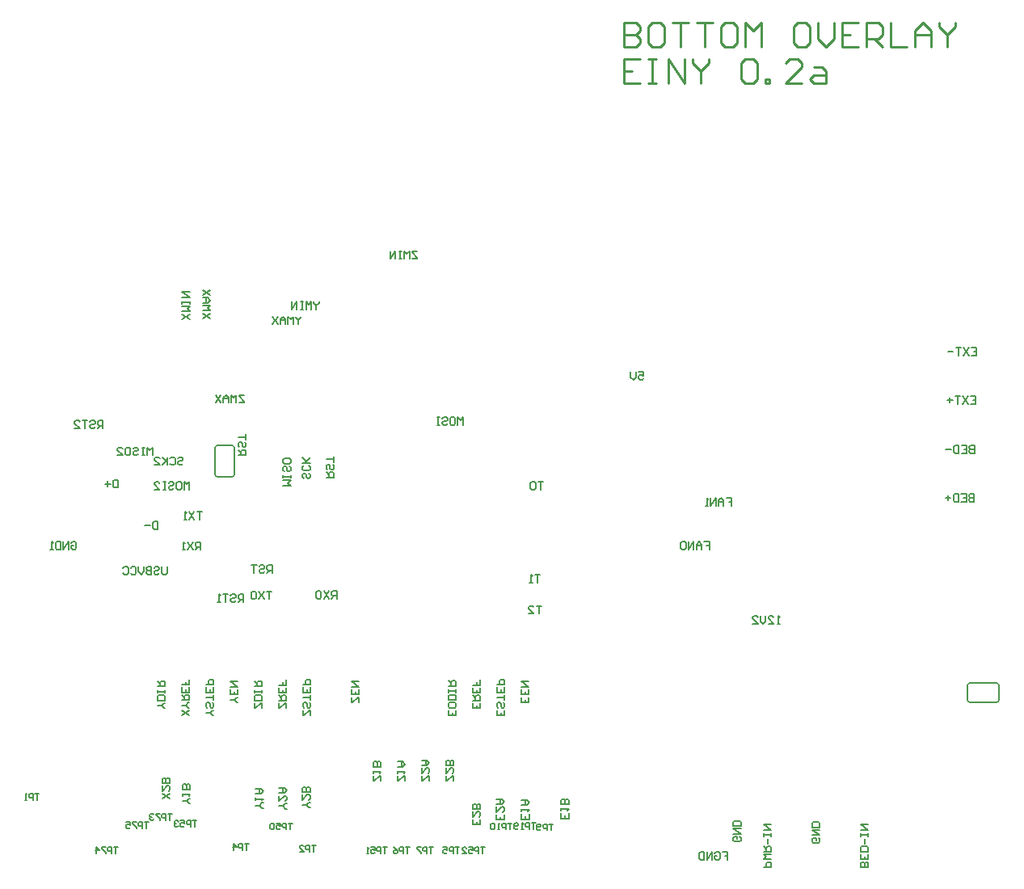
<source format=gbo>
G04 Layer_Color=32896*
%FSLAX25Y25*%
%MOIN*%
G70*
G01*
G75*
%ADD60C,0.01000*%
%ADD120C,0.00600*%
%ADD124C,0.00500*%
G54D60*
X252500Y367497D02*
Y357500D01*
X257498D01*
X259165Y359166D01*
Y360832D01*
X257498Y362498D01*
X252500D01*
X257498D01*
X259165Y364164D01*
Y365831D01*
X257498Y367497D01*
X252500D01*
X267495D02*
X264163D01*
X262497Y365831D01*
Y359166D01*
X264163Y357500D01*
X267495D01*
X269161Y359166D01*
Y365831D01*
X267495Y367497D01*
X272494D02*
X279158D01*
X275826D01*
Y357500D01*
X282490Y367497D02*
X289155D01*
X285823D01*
Y357500D01*
X297485Y367497D02*
X294153D01*
X292487Y365831D01*
Y359166D01*
X294153Y357500D01*
X297485D01*
X299152Y359166D01*
Y365831D01*
X297485Y367497D01*
X302484Y357500D02*
Y367497D01*
X305816Y364164D01*
X309148Y367497D01*
Y357500D01*
X327476Y367497D02*
X324144D01*
X322477Y365831D01*
Y359166D01*
X324144Y357500D01*
X327476D01*
X329142Y359166D01*
Y365831D01*
X327476Y367497D01*
X332474D02*
Y360832D01*
X335806Y357500D01*
X339139Y360832D01*
Y367497D01*
X349135D02*
X342471D01*
Y357500D01*
X349135D01*
X342471Y362498D02*
X345803D01*
X352468Y357500D02*
Y367497D01*
X357466D01*
X359132Y365831D01*
Y362498D01*
X357466Y360832D01*
X352468D01*
X355800D02*
X359132Y357500D01*
X362464Y367497D02*
Y357500D01*
X369129D01*
X372461D02*
Y364164D01*
X375794Y367497D01*
X379126Y364164D01*
Y357500D01*
Y362498D01*
X372461D01*
X382458Y367497D02*
Y365831D01*
X385790Y362498D01*
X389123Y365831D01*
Y367497D01*
X385790Y362498D02*
Y357500D01*
X259165Y352497D02*
X252500D01*
Y342500D01*
X259165D01*
X252500Y347498D02*
X255832D01*
X262497Y352497D02*
X265829D01*
X264163D01*
Y342500D01*
X262497D01*
X265829D01*
X270827D02*
Y352497D01*
X277492Y342500D01*
Y352497D01*
X280824D02*
Y350831D01*
X284156Y347498D01*
X287489Y350831D01*
Y352497D01*
X284156Y347498D02*
Y342500D01*
X300818Y350831D02*
X302484Y352497D01*
X305816D01*
X307482Y350831D01*
Y344166D01*
X305816Y342500D01*
X302484D01*
X300818Y344166D01*
Y350831D01*
X310814Y342500D02*
Y344166D01*
X312481D01*
Y342500D01*
X310814D01*
X325810D02*
X319145D01*
X325810Y349165D01*
Y350831D01*
X324144Y352497D01*
X320811D01*
X319145Y350831D01*
X330808Y349165D02*
X334140D01*
X335806Y347498D01*
Y342500D01*
X330808D01*
X329142Y344166D01*
X330808Y345832D01*
X335806D01*
G54D120*
X395200Y95000D02*
X394493Y94707D01*
X394200Y94000D01*
X407200D02*
X406907Y94707D01*
X406200Y95000D01*
Y87000D02*
X406907Y87293D01*
X407200Y88000D01*
X394200D02*
X394493Y87293D01*
X395200Y87000D01*
X83919Y181041D02*
X84212Y180334D01*
X84919Y180041D01*
Y193041D02*
X84212Y192748D01*
X83919Y192041D01*
X91919D02*
X91626Y192748D01*
X90919Y193041D01*
Y180041D02*
X91626Y180334D01*
X91919Y181041D01*
X395200Y87000D02*
X406200D01*
X394200Y88000D02*
Y94000D01*
X407200Y88000D02*
Y94000D01*
X395200Y95000D02*
X406200D01*
X91919Y181041D02*
Y192041D01*
X84919Y180041D02*
X90919D01*
X84919Y193041D02*
X90919D01*
X83919Y181041D02*
Y192041D01*
X63299Y84600D02*
X62766D01*
X61699Y85666D01*
X62766Y86733D01*
X63299D01*
X61699Y85666D02*
X60100D01*
X63299Y87799D02*
X60100D01*
Y89398D01*
X60633Y89932D01*
X62766D01*
X63299Y89398D01*
Y87799D01*
Y90998D02*
Y92064D01*
Y91531D01*
X60100D01*
Y90998D01*
Y92064D01*
Y93664D02*
X63299D01*
Y95263D01*
X62766Y95796D01*
X61699D01*
X61166Y95263D01*
Y93664D01*
Y94730D02*
X60100Y95796D01*
X73299Y81600D02*
X70100Y83733D01*
X73299D02*
X70100Y81600D01*
X73299Y84799D02*
X72766D01*
X71700Y85865D01*
X72766Y86932D01*
X73299D01*
X71700Y85865D02*
X70100D01*
Y87998D02*
X73299D01*
Y89597D01*
X72766Y90131D01*
X71700D01*
X71166Y89597D01*
Y87998D01*
Y89064D02*
X70100Y90131D01*
X73299Y93330D02*
Y91197D01*
X70100D01*
Y93330D01*
X71700Y91197D02*
Y92263D01*
X73299Y96529D02*
Y94396D01*
X71700D01*
Y95462D01*
Y94396D01*
X70100D01*
X83299Y81600D02*
X82766D01*
X81700Y82666D01*
X82766Y83733D01*
X83299D01*
X81700Y82666D02*
X80100D01*
X82766Y86932D02*
X83299Y86399D01*
Y85332D01*
X82766Y84799D01*
X82233D01*
X81700Y85332D01*
Y86399D01*
X81166Y86932D01*
X80633D01*
X80100Y86399D01*
Y85332D01*
X80633Y84799D01*
X83299Y87998D02*
Y90131D01*
Y89064D01*
X80100D01*
X83299Y93330D02*
Y91197D01*
X80100D01*
Y93330D01*
X81700Y91197D02*
Y92263D01*
X80100Y94396D02*
X83299D01*
Y95995D01*
X82766Y96529D01*
X81700D01*
X81166Y95995D01*
Y94396D01*
X93299Y87100D02*
X92766D01*
X91699Y88166D01*
X92766Y89233D01*
X93299D01*
X91699Y88166D02*
X90100D01*
X93299Y92432D02*
Y90299D01*
X90100D01*
Y92432D01*
X91699Y90299D02*
Y91365D01*
X90100Y93498D02*
X93299D01*
X90100Y95631D01*
X93299D01*
X103299Y84600D02*
Y86733D01*
X102766D01*
X100633Y84600D01*
X100100D01*
Y86733D01*
X103299Y87799D02*
X100100D01*
Y89398D01*
X100633Y89932D01*
X102766D01*
X103299Y89398D01*
Y87799D01*
Y90998D02*
Y92064D01*
Y91531D01*
X100100D01*
Y90998D01*
Y92064D01*
Y93664D02*
X103299D01*
Y95263D01*
X102766Y95796D01*
X101699D01*
X101166Y95263D01*
Y93664D01*
Y94730D02*
X100100Y95796D01*
X113299Y84600D02*
Y86733D01*
X112766D01*
X110633Y84600D01*
X110100D01*
Y86733D01*
Y87799D02*
X113299D01*
Y89398D01*
X112766Y89932D01*
X111699D01*
X111166Y89398D01*
Y87799D01*
Y88865D02*
X110100Y89932D01*
X113299Y93131D02*
Y90998D01*
X110100D01*
Y93131D01*
X111699Y90998D02*
Y92064D01*
X113299Y96329D02*
Y94197D01*
X111699D01*
Y95263D01*
Y94197D01*
X110100D01*
X123299Y81600D02*
Y83733D01*
X122766D01*
X120633Y81600D01*
X120100D01*
Y83733D01*
X122766Y86932D02*
X123299Y86399D01*
Y85332D01*
X122766Y84799D01*
X122233D01*
X121700Y85332D01*
Y86399D01*
X121166Y86932D01*
X120633D01*
X120100Y86399D01*
Y85332D01*
X120633Y84799D01*
X123299Y87998D02*
Y90131D01*
Y89064D01*
X120100D01*
X123299Y93330D02*
Y91197D01*
X120100D01*
Y93330D01*
X121700Y91197D02*
Y92263D01*
X120100Y94396D02*
X123299D01*
Y95995D01*
X122766Y96529D01*
X121700D01*
X121166Y95995D01*
Y94396D01*
X143299Y87100D02*
Y89233D01*
X142766D01*
X140633Y87100D01*
X140100D01*
Y89233D01*
X143299Y92432D02*
Y90299D01*
X140100D01*
Y92432D01*
X141700Y90299D02*
Y91365D01*
X140100Y93498D02*
X143299D01*
X140100Y95631D01*
X143299D01*
X183299Y83733D02*
Y81600D01*
X180100D01*
Y83733D01*
X181700Y81600D02*
Y82666D01*
X182766Y84799D02*
X183299Y85332D01*
Y86399D01*
X182766Y86932D01*
X180633D01*
X180100Y86399D01*
Y85332D01*
X180633Y84799D01*
X182766D01*
X183299Y87998D02*
X180100D01*
Y89597D01*
X180633Y90131D01*
X182766D01*
X183299Y89597D01*
Y87998D01*
Y91197D02*
Y92263D01*
Y91730D01*
X180100D01*
Y91197D01*
Y92263D01*
Y93863D02*
X183299D01*
Y95462D01*
X182766Y95995D01*
X181700D01*
X181166Y95462D01*
Y93863D01*
Y94929D02*
X180100Y95995D01*
X193299Y86733D02*
Y84600D01*
X190100D01*
Y86733D01*
X191700Y84600D02*
Y85666D01*
X190100Y87799D02*
X193299D01*
Y89398D01*
X192766Y89932D01*
X191700D01*
X191166Y89398D01*
Y87799D01*
Y88865D02*
X190100Y89932D01*
X193299Y93131D02*
Y90998D01*
X190100D01*
Y93131D01*
X191700Y90998D02*
Y92064D01*
X193299Y96329D02*
Y94197D01*
X191700D01*
Y95263D01*
Y94197D01*
X190100D01*
X203299Y83733D02*
Y81600D01*
X200100D01*
Y83733D01*
X201699Y81600D02*
Y82666D01*
X202766Y86932D02*
X203299Y86399D01*
Y85332D01*
X202766Y84799D01*
X202233D01*
X201699Y85332D01*
Y86399D01*
X201166Y86932D01*
X200633D01*
X200100Y86399D01*
Y85332D01*
X200633Y84799D01*
X203299Y87998D02*
Y90131D01*
Y89064D01*
X200100D01*
X203299Y93330D02*
Y91197D01*
X200100D01*
Y93330D01*
X201699Y91197D02*
Y92263D01*
X200100Y94396D02*
X203299D01*
Y95995D01*
X202766Y96529D01*
X201699D01*
X201166Y95995D01*
Y94396D01*
X213299Y89233D02*
Y87100D01*
X210100D01*
Y89233D01*
X211700Y87100D02*
Y88166D01*
X213299Y92432D02*
Y90299D01*
X210100D01*
Y92432D01*
X211700Y90299D02*
Y91365D01*
X210100Y93498D02*
X213299D01*
X210100Y95631D01*
X213299D01*
X65199Y47300D02*
X62000Y49433D01*
X65199D02*
X62000Y47300D01*
Y52632D02*
Y50499D01*
X64133Y52632D01*
X64666D01*
X65199Y52099D01*
Y51032D01*
X64666Y50499D01*
X65199Y53698D02*
X62000D01*
Y55297D01*
X62533Y55831D01*
X63066D01*
X63599Y55297D01*
Y53698D01*
Y55297D01*
X64133Y55831D01*
X64666D01*
X65199Y55297D01*
Y53698D01*
X73599Y45300D02*
X73066D01*
X72000Y46366D01*
X73066Y47433D01*
X73599D01*
X72000Y46366D02*
X70400D01*
Y48499D02*
Y49565D01*
Y49032D01*
X73599D01*
X73066Y48499D01*
X73599Y51165D02*
X70400D01*
Y52764D01*
X70933Y53297D01*
X71466D01*
X72000Y52764D01*
Y51165D01*
Y52764D01*
X72533Y53297D01*
X73066D01*
X73599Y52764D01*
Y51165D01*
X103799Y43500D02*
X103266D01*
X102199Y44566D01*
X103266Y45633D01*
X103799D01*
X102199Y44566D02*
X100600D01*
Y46699D02*
Y47765D01*
Y47232D01*
X103799D01*
X103266Y46699D01*
X100600Y49365D02*
X102733D01*
X103799Y50431D01*
X102733Y51497D01*
X100600D01*
X102199D01*
Y49365D01*
X113399Y43200D02*
X112866D01*
X111800Y44266D01*
X112866Y45333D01*
X113399D01*
X111800Y44266D02*
X110200D01*
Y48532D02*
Y46399D01*
X112333Y48532D01*
X112866D01*
X113399Y47998D01*
Y46932D01*
X112866Y46399D01*
X110200Y49598D02*
X112333D01*
X113399Y50664D01*
X112333Y51731D01*
X110200D01*
X111800D01*
Y49598D01*
X122999Y43600D02*
X122466D01*
X121399Y44666D01*
X122466Y45733D01*
X122999D01*
X121399Y44666D02*
X119800D01*
Y48932D02*
Y46799D01*
X121933Y48932D01*
X122466D01*
X122999Y48399D01*
Y47332D01*
X122466Y46799D01*
X122999Y49998D02*
X119800D01*
Y51597D01*
X120333Y52131D01*
X120866D01*
X121399Y51597D01*
Y49998D01*
Y51597D01*
X121933Y52131D01*
X122466D01*
X122999Y51597D01*
Y49998D01*
X152299Y54600D02*
Y56733D01*
X151766D01*
X149633Y54600D01*
X149100D01*
Y56733D01*
Y57799D02*
Y58865D01*
Y58332D01*
X152299D01*
X151766Y57799D01*
X152299Y60465D02*
X149100D01*
Y62064D01*
X149633Y62597D01*
X150166D01*
X150699Y62064D01*
Y60465D01*
Y62064D01*
X151233Y62597D01*
X151766D01*
X152299Y62064D01*
Y60465D01*
X162299Y54600D02*
Y56733D01*
X161766D01*
X159633Y54600D01*
X159100D01*
Y56733D01*
Y57799D02*
Y58865D01*
Y58332D01*
X162299D01*
X161766Y57799D01*
X159100Y60465D02*
X161233D01*
X162299Y61531D01*
X161233Y62597D01*
X159100D01*
X160699D01*
Y60465D01*
X172299Y54600D02*
Y56733D01*
X171766D01*
X169633Y54600D01*
X169100D01*
Y56733D01*
Y59932D02*
Y57799D01*
X171233Y59932D01*
X171766D01*
X172299Y59399D01*
Y58332D01*
X171766Y57799D01*
X169100Y60998D02*
X171233D01*
X172299Y62064D01*
X171233Y63131D01*
X169100D01*
X170700D01*
Y60998D01*
X182299Y54600D02*
Y56733D01*
X181766D01*
X179633Y54600D01*
X179100D01*
Y56733D01*
Y59932D02*
Y57799D01*
X181233Y59932D01*
X181766D01*
X182299Y59399D01*
Y58332D01*
X181766Y57799D01*
X182299Y60998D02*
X179100D01*
Y62597D01*
X179633Y63131D01*
X180166D01*
X180700Y62597D01*
Y60998D01*
Y62597D01*
X181233Y63131D01*
X181766D01*
X182299Y62597D01*
Y60998D01*
X193299Y38733D02*
Y36600D01*
X190100D01*
Y38733D01*
X191700Y36600D02*
Y37666D01*
X190100Y41932D02*
Y39799D01*
X192233Y41932D01*
X192766D01*
X193299Y41399D01*
Y40332D01*
X192766Y39799D01*
X193299Y42998D02*
X190100D01*
Y44597D01*
X190633Y45131D01*
X191166D01*
X191700Y44597D01*
Y42998D01*
Y44597D01*
X192233Y45131D01*
X192766D01*
X193299Y44597D01*
Y42998D01*
X203099Y40733D02*
Y38600D01*
X199900D01*
Y40733D01*
X201500Y38600D02*
Y39666D01*
X199900Y43932D02*
Y41799D01*
X202033Y43932D01*
X202566D01*
X203099Y43398D01*
Y42332D01*
X202566Y41799D01*
X199900Y44998D02*
X202033D01*
X203099Y46064D01*
X202033Y47131D01*
X199900D01*
X201500D01*
Y44998D01*
X213399Y41033D02*
Y38900D01*
X210200D01*
Y41033D01*
X211800Y38900D02*
Y39966D01*
X210200Y42099D02*
Y43165D01*
Y42632D01*
X213399D01*
X212866Y42099D01*
X210200Y44765D02*
X212333D01*
X213399Y45831D01*
X212333Y46897D01*
X210200D01*
X211800D01*
Y44765D01*
X229799Y41333D02*
Y39200D01*
X226600D01*
Y41333D01*
X228200Y39200D02*
Y40266D01*
X226600Y42399D02*
Y43465D01*
Y42932D01*
X229799D01*
X229266Y42399D01*
X229799Y45065D02*
X226600D01*
Y46664D01*
X227133Y47197D01*
X227666D01*
X228200Y46664D01*
Y45065D01*
Y46664D01*
X228733Y47197D01*
X229266D01*
X229799Y46664D01*
Y45065D01*
X293067Y25399D02*
X295200D01*
Y23799D01*
X294134D01*
X295200D01*
Y22200D01*
X289868Y24866D02*
X290402Y25399D01*
X291468D01*
X292001Y24866D01*
Y22733D01*
X291468Y22200D01*
X290402D01*
X289868Y22733D01*
Y23799D01*
X290935D01*
X288802Y22200D02*
Y25399D01*
X286669Y22200D01*
Y25399D01*
X285603D02*
Y22200D01*
X284004D01*
X283470Y22733D01*
Y24866D01*
X284004Y25399D01*
X285603D01*
X300266Y31733D02*
X300799Y31199D01*
Y30133D01*
X300266Y29600D01*
X298133D01*
X297600Y30133D01*
Y31199D01*
X298133Y31733D01*
X299200D01*
Y30666D01*
X297600Y32799D02*
X300799D01*
X297600Y34932D01*
X300799D01*
Y35998D02*
X297600D01*
Y37597D01*
X298133Y38131D01*
X300266D01*
X300799Y37597D01*
Y35998D01*
X310100Y19100D02*
X313299D01*
Y20699D01*
X312766Y21233D01*
X311700D01*
X311166Y20699D01*
Y19100D01*
X313299Y22299D02*
X310100D01*
X311166Y23365D01*
X310100Y24432D01*
X313299D01*
X310100Y25498D02*
X313299D01*
Y27097D01*
X312766Y27631D01*
X311700D01*
X311166Y27097D01*
Y25498D01*
Y26564D02*
X310100Y27631D01*
X311700Y28697D02*
Y30830D01*
X313299Y31896D02*
Y32962D01*
Y32429D01*
X310100D01*
Y31896D01*
Y32962D01*
Y34562D02*
X313299D01*
X310100Y36694D01*
X313299D01*
X332766Y31233D02*
X333299Y30700D01*
Y29633D01*
X332766Y29100D01*
X330633D01*
X330100Y29633D01*
Y30700D01*
X330633Y31233D01*
X331699D01*
Y30166D01*
X330100Y32299D02*
X333299D01*
X330100Y34432D01*
X333299D01*
Y35498D02*
X330100D01*
Y37097D01*
X330633Y37631D01*
X332766D01*
X333299Y37097D01*
Y35498D01*
X353299Y19100D02*
X350100D01*
Y20699D01*
X350633Y21233D01*
X351166D01*
X351699Y20699D01*
Y19100D01*
Y20699D01*
X352233Y21233D01*
X352766D01*
X353299Y20699D01*
Y19100D01*
Y24432D02*
Y22299D01*
X350100D01*
Y24432D01*
X351699Y22299D02*
Y23365D01*
X353299Y25498D02*
X350100D01*
Y27097D01*
X350633Y27631D01*
X352766D01*
X353299Y27097D01*
Y25498D01*
X351699Y28697D02*
Y30830D01*
X353299Y31896D02*
Y32962D01*
Y32429D01*
X350100D01*
Y31896D01*
Y32962D01*
Y34562D02*
X353299D01*
X350100Y36694D01*
X353299D01*
X316800Y119500D02*
X315734D01*
X316267D01*
Y122699D01*
X316800Y122166D01*
X312002Y119500D02*
X314134D01*
X312002Y121633D01*
Y122166D01*
X312535Y122699D01*
X313601D01*
X314134Y122166D01*
X310935Y122699D02*
Y120566D01*
X309869Y119500D01*
X308803Y120566D01*
Y122699D01*
X305604Y119500D02*
X307736D01*
X305604Y121633D01*
Y122166D01*
X306137Y122699D01*
X307203D01*
X307736Y122166D01*
X285567Y153299D02*
X287700D01*
Y151699D01*
X286634D01*
X287700D01*
Y150100D01*
X284501D02*
Y152233D01*
X283435Y153299D01*
X282368Y152233D01*
Y150100D01*
Y151699D01*
X284501D01*
X281302Y150100D02*
Y153299D01*
X279169Y150100D01*
Y153299D01*
X278103Y152766D02*
X277570Y153299D01*
X276504D01*
X275970Y152766D01*
Y150633D01*
X276504Y150100D01*
X277570D01*
X278103Y150633D01*
Y152766D01*
X294667Y171399D02*
X296800D01*
Y169799D01*
X295734D01*
X296800D01*
Y168200D01*
X293601D02*
Y170333D01*
X292535Y171399D01*
X291468Y170333D01*
Y168200D01*
Y169799D01*
X293601D01*
X290402Y168200D02*
Y171399D01*
X288269Y168200D01*
Y171399D01*
X287203Y168200D02*
X286137D01*
X286670D01*
Y171399D01*
X287203Y170866D01*
X219200Y178099D02*
X217067D01*
X218134D01*
Y174900D01*
X216001Y177566D02*
X215468Y178099D01*
X214402D01*
X213868Y177566D01*
Y175433D01*
X214402Y174900D01*
X215468D01*
X216001Y175433D01*
Y177566D01*
X217900Y139599D02*
X215767D01*
X216834D01*
Y136400D01*
X214701D02*
X213635D01*
X214168D01*
Y139599D01*
X214701Y139066D01*
X218500Y126899D02*
X216367D01*
X217434D01*
Y123700D01*
X213168D02*
X215301D01*
X213168Y125833D01*
Y126366D01*
X213702Y126899D01*
X214768D01*
X215301Y126366D01*
X134000Y129900D02*
Y133099D01*
X132401D01*
X131867Y132566D01*
Y131500D01*
X132401Y130966D01*
X134000D01*
X132934D02*
X131867Y129900D01*
X130801Y133099D02*
X128668Y129900D01*
Y133099D02*
X130801Y129900D01*
X127602Y132566D02*
X127069Y133099D01*
X126003D01*
X125469Y132566D01*
Y130433D01*
X126003Y129900D01*
X127069D01*
X127602Y130433D01*
Y132566D01*
X107200Y132899D02*
X105067D01*
X106134D01*
Y129700D01*
X104001Y132899D02*
X101868Y129700D01*
Y132899D02*
X104001Y129700D01*
X100802Y132366D02*
X100269Y132899D01*
X99203D01*
X98669Y132366D01*
Y130233D01*
X99203Y129700D01*
X100269D01*
X100802Y130233D01*
Y132366D01*
X107400Y140400D02*
Y143599D01*
X105800D01*
X105267Y143066D01*
Y141999D01*
X105800Y141466D01*
X107400D01*
X106334D02*
X105267Y140400D01*
X102068Y143066D02*
X102602Y143599D01*
X103668D01*
X104201Y143066D01*
Y142533D01*
X103668Y141999D01*
X102602D01*
X102068Y141466D01*
Y140933D01*
X102602Y140400D01*
X103668D01*
X104201Y140933D01*
X101002Y143599D02*
X98869D01*
X99936D01*
Y140400D01*
X95621Y128372D02*
Y131571D01*
X94021D01*
X93488Y131038D01*
Y129972D01*
X94021Y129439D01*
X95621D01*
X94555D02*
X93488Y128372D01*
X90289Y131038D02*
X90822Y131571D01*
X91889D01*
X92422Y131038D01*
Y130505D01*
X91889Y129972D01*
X90822D01*
X90289Y129439D01*
Y128905D01*
X90822Y128372D01*
X91889D01*
X92422Y128905D01*
X89223Y131571D02*
X87090D01*
X88156D01*
Y128372D01*
X86024D02*
X84958D01*
X85491D01*
Y131571D01*
X86024Y131038D01*
X77900Y150000D02*
Y153199D01*
X76301D01*
X75767Y152666D01*
Y151600D01*
X76301Y151066D01*
X77900D01*
X76834D02*
X75767Y150000D01*
X74701Y153199D02*
X72568Y150000D01*
Y153199D02*
X74701Y150000D01*
X71502D02*
X70436D01*
X70969D01*
Y153199D01*
X71502Y152666D01*
X78482Y165634D02*
X76350D01*
X77416D01*
Y162435D01*
X75283Y165634D02*
X73151Y162435D01*
Y165634D02*
X75283Y162435D01*
X72084D02*
X71018D01*
X71551D01*
Y165634D01*
X72084Y165101D01*
X73200Y174800D02*
Y177999D01*
X72134Y176933D01*
X71067Y177999D01*
Y174800D01*
X68401Y177999D02*
X69468D01*
X70001Y177466D01*
Y175333D01*
X69468Y174800D01*
X68401D01*
X67868Y175333D01*
Y177466D01*
X68401Y177999D01*
X64669Y177466D02*
X65203Y177999D01*
X66269D01*
X66802Y177466D01*
Y176933D01*
X66269Y176400D01*
X65203D01*
X64669Y175866D01*
Y175333D01*
X65203Y174800D01*
X66269D01*
X66802Y175333D01*
X63603Y177999D02*
X62537D01*
X63070D01*
Y174800D01*
X63603D01*
X62537D01*
X58805D02*
X60937D01*
X58805Y176933D01*
Y177466D01*
X59338Y177999D01*
X60404D01*
X60937Y177466D01*
X68467Y187666D02*
X69001Y188199D01*
X70067D01*
X70600Y187666D01*
Y187133D01*
X70067Y186600D01*
X69001D01*
X68467Y186066D01*
Y185533D01*
X69001Y185000D01*
X70067D01*
X70600Y185533D01*
X65268Y187666D02*
X65802Y188199D01*
X66868D01*
X67401Y187666D01*
Y185533D01*
X66868Y185000D01*
X65802D01*
X65268Y185533D01*
X64202Y188199D02*
Y185000D01*
Y186066D01*
X62069Y188199D01*
X63669Y186600D01*
X62069Y185000D01*
X58871D02*
X61003D01*
X58871Y187133D01*
Y187666D01*
X59404Y188199D01*
X60470D01*
X61003Y187666D01*
X58000Y189000D02*
Y192199D01*
X56934Y191133D01*
X55867Y192199D01*
Y189000D01*
X54801Y192199D02*
X53735D01*
X54268D01*
Y189000D01*
X54801D01*
X53735D01*
X50003Y191666D02*
X50536Y192199D01*
X51602D01*
X52135Y191666D01*
Y191133D01*
X51602Y190600D01*
X50536D01*
X50003Y190066D01*
Y189533D01*
X50536Y189000D01*
X51602D01*
X52135Y189533D01*
X47337Y192199D02*
X48403D01*
X48936Y191666D01*
Y189533D01*
X48403Y189000D01*
X47337D01*
X46804Y189533D01*
Y191666D01*
X47337Y192199D01*
X43605Y189000D02*
X45737D01*
X43605Y191133D01*
Y191666D01*
X44138Y192199D01*
X45204D01*
X45737Y191666D01*
X93400Y189100D02*
X96599D01*
Y190700D01*
X96066Y191233D01*
X94999D01*
X94466Y190700D01*
Y189100D01*
Y190166D02*
X93400Y191233D01*
X96066Y194432D02*
X96599Y193898D01*
Y192832D01*
X96066Y192299D01*
X95533D01*
X94999Y192832D01*
Y193898D01*
X94466Y194432D01*
X93933D01*
X93400Y193898D01*
Y192832D01*
X93933Y192299D01*
X96599Y195498D02*
Y197631D01*
Y196564D01*
X93400D01*
X37600Y200100D02*
Y203299D01*
X36000D01*
X35467Y202766D01*
Y201699D01*
X36000Y201166D01*
X37600D01*
X36534D02*
X35467Y200100D01*
X32268Y202766D02*
X32801Y203299D01*
X33868D01*
X34401Y202766D01*
Y202233D01*
X33868Y201699D01*
X32801D01*
X32268Y201166D01*
Y200633D01*
X32801Y200100D01*
X33868D01*
X34401Y200633D01*
X31202Y203299D02*
X29069D01*
X30136D01*
Y200100D01*
X25870D02*
X28003D01*
X25870Y202233D01*
Y202766D01*
X26404Y203299D01*
X27470D01*
X28003Y202766D01*
X73499Y245100D02*
X70300Y247233D01*
X73499D02*
X70300Y245100D01*
Y248299D02*
X73499D01*
X72433Y249365D01*
X73499Y250432D01*
X70300D01*
X73499Y251498D02*
Y252564D01*
Y252031D01*
X70300D01*
Y251498D01*
Y252564D01*
Y254164D02*
X73499D01*
X70300Y256296D01*
X73499D01*
X81899Y245400D02*
X78700Y247533D01*
X81899D02*
X78700Y245400D01*
Y248599D02*
X81899D01*
X80833Y249665D01*
X81899Y250732D01*
X78700D01*
Y251798D02*
X80833D01*
X81899Y252864D01*
X80833Y253931D01*
X78700D01*
X80300D01*
Y251798D01*
X81899Y254997D02*
X78700Y257130D01*
X81899D02*
X78700Y254997D01*
X126700Y252299D02*
Y251766D01*
X125634Y250699D01*
X124567Y251766D01*
Y252299D01*
X125634Y250699D02*
Y249100D01*
X123501D02*
Y252299D01*
X122435Y251233D01*
X121368Y252299D01*
Y249100D01*
X120302Y252299D02*
X119236D01*
X119769D01*
Y249100D01*
X120302D01*
X119236D01*
X117636D02*
Y252299D01*
X115504Y249100D01*
Y252299D01*
X119300Y246199D02*
Y245666D01*
X118234Y244600D01*
X117167Y245666D01*
Y246199D01*
X118234Y244600D02*
Y243000D01*
X116101D02*
Y246199D01*
X115035Y245133D01*
X113968Y246199D01*
Y243000D01*
X112902D02*
Y245133D01*
X111836Y246199D01*
X110769Y245133D01*
Y243000D01*
Y244600D01*
X112902D01*
X109703Y246199D02*
X107571Y243000D01*
Y246199D02*
X109703Y243000D01*
X167200Y273199D02*
X165067D01*
Y272666D01*
X167200Y270533D01*
Y270000D01*
X165067D01*
X164001D02*
Y273199D01*
X162935Y272133D01*
X161868Y273199D01*
Y270000D01*
X160802Y273199D02*
X159736D01*
X160269D01*
Y270000D01*
X160802D01*
X159736D01*
X158136D02*
Y273199D01*
X156004Y270000D01*
Y273199D01*
X95800Y213899D02*
X93667D01*
Y213366D01*
X95800Y211233D01*
Y210700D01*
X93667D01*
X92601D02*
Y213899D01*
X91535Y212833D01*
X90468Y213899D01*
Y210700D01*
X89402D02*
Y212833D01*
X88336Y213899D01*
X87269Y212833D01*
Y210700D01*
Y212299D01*
X89402D01*
X86203Y213899D02*
X84070Y210700D01*
Y213899D02*
X86203Y210700D01*
X111800Y176500D02*
X114999D01*
X113933Y177566D01*
X114999Y178633D01*
X111800D01*
X114999Y179699D02*
Y180765D01*
Y180232D01*
X111800D01*
Y179699D01*
Y180765D01*
X114466Y184497D02*
X114999Y183964D01*
Y182898D01*
X114466Y182365D01*
X113933D01*
X113400Y182898D01*
Y183964D01*
X112866Y184497D01*
X112333D01*
X111800Y183964D01*
Y182898D01*
X112333Y182365D01*
X114999Y187163D02*
Y186097D01*
X114466Y185564D01*
X112333D01*
X111800Y186097D01*
Y187163D01*
X112333Y187696D01*
X114466D01*
X114999Y187163D01*
X122566Y181533D02*
X123099Y181000D01*
Y179933D01*
X122566Y179400D01*
X122033D01*
X121500Y179933D01*
Y181000D01*
X120966Y181533D01*
X120433D01*
X119900Y181000D01*
Y179933D01*
X120433Y179400D01*
X122566Y184732D02*
X123099Y184198D01*
Y183132D01*
X122566Y182599D01*
X120433D01*
X119900Y183132D01*
Y184198D01*
X120433Y184732D01*
X123099Y185798D02*
X119900D01*
X120966D01*
X123099Y187931D01*
X121500Y186331D01*
X119900Y187931D01*
X129700Y179800D02*
X132899D01*
Y181400D01*
X132366Y181933D01*
X131299D01*
X130766Y181400D01*
Y179800D01*
Y180866D02*
X129700Y181933D01*
X132366Y185132D02*
X132899Y184599D01*
Y183532D01*
X132366Y182999D01*
X131833D01*
X131299Y183532D01*
Y184599D01*
X130766Y185132D01*
X130233D01*
X129700Y184599D01*
Y183532D01*
X130233Y182999D01*
X132899Y186198D02*
Y188331D01*
Y187264D01*
X129700D01*
X186100Y201400D02*
Y204599D01*
X185034Y203533D01*
X183967Y204599D01*
Y201400D01*
X181301Y204599D02*
X182368D01*
X182901Y204066D01*
Y201933D01*
X182368Y201400D01*
X181301D01*
X180768Y201933D01*
Y204066D01*
X181301Y204599D01*
X177569Y204066D02*
X178103Y204599D01*
X179169D01*
X179702Y204066D01*
Y203533D01*
X179169Y202999D01*
X178103D01*
X177569Y202466D01*
Y201933D01*
X178103Y201400D01*
X179169D01*
X179702Y201933D01*
X176503Y204599D02*
X175437D01*
X175970D01*
Y201400D01*
X176503D01*
X175437D01*
X258467Y223299D02*
X260600D01*
Y221700D01*
X259534Y222233D01*
X259000D01*
X258467Y221700D01*
Y220633D01*
X259000Y220100D01*
X260067D01*
X260600Y220633D01*
X257401Y223299D02*
Y221166D01*
X256335Y220100D01*
X255268Y221166D01*
Y223299D01*
X43900Y178799D02*
Y175600D01*
X42301D01*
X41767Y176133D01*
Y178266D01*
X42301Y178799D01*
X43900D01*
X40701Y177199D02*
X38568D01*
X39635Y178266D02*
Y176133D01*
X60300Y161699D02*
Y158500D01*
X58701D01*
X58167Y159033D01*
Y161166D01*
X58701Y161699D01*
X60300D01*
X57101Y160099D02*
X54968D01*
X24467Y152766D02*
X25001Y153299D01*
X26067D01*
X26600Y152766D01*
Y150633D01*
X26067Y150100D01*
X25001D01*
X24467Y150633D01*
Y151699D01*
X25534D01*
X23401Y150100D02*
Y153299D01*
X21268Y150100D01*
Y153299D01*
X20202D02*
Y150100D01*
X18603D01*
X18069Y150633D01*
Y152766D01*
X18603Y153299D01*
X20202D01*
X17003Y150100D02*
X15937D01*
X16470D01*
Y153299D01*
X17003Y152766D01*
X64000Y143099D02*
Y140433D01*
X63467Y139900D01*
X62401D01*
X61867Y140433D01*
Y143099D01*
X58668Y142566D02*
X59202Y143099D01*
X60268D01*
X60801Y142566D01*
Y142033D01*
X60268Y141499D01*
X59202D01*
X58668Y140966D01*
Y140433D01*
X59202Y139900D01*
X60268D01*
X60801Y140433D01*
X57602Y143099D02*
Y139900D01*
X56003D01*
X55469Y140433D01*
Y140966D01*
X56003Y141499D01*
X57602D01*
X56003D01*
X55469Y142033D01*
Y142566D01*
X56003Y143099D01*
X57602D01*
X54403D02*
Y140966D01*
X53337Y139900D01*
X52271Y140966D01*
Y143099D01*
X49071Y142566D02*
X49605Y143099D01*
X50671D01*
X51204Y142566D01*
Y140433D01*
X50671Y139900D01*
X49605D01*
X49071Y140433D01*
X45873Y142566D02*
X46406Y143099D01*
X47472D01*
X48005Y142566D01*
Y140433D01*
X47472Y139900D01*
X46406D01*
X45873Y140433D01*
X396900Y172999D02*
Y169800D01*
X395301D01*
X394767Y170333D01*
Y170866D01*
X395301Y171399D01*
X396900D01*
X395301D01*
X394767Y171933D01*
Y172466D01*
X395301Y172999D01*
X396900D01*
X391568D02*
X393701D01*
Y169800D01*
X391568D01*
X393701Y171399D02*
X392635D01*
X390502Y172999D02*
Y169800D01*
X388903D01*
X388369Y170333D01*
Y172466D01*
X388903Y172999D01*
X390502D01*
X387303Y171399D02*
X385170D01*
X386237Y172466D02*
Y170333D01*
X397000Y193099D02*
Y189900D01*
X395401D01*
X394867Y190433D01*
Y190966D01*
X395401Y191499D01*
X397000D01*
X395401D01*
X394867Y192033D01*
Y192566D01*
X395401Y193099D01*
X397000D01*
X391668D02*
X393801D01*
Y189900D01*
X391668D01*
X393801Y191499D02*
X392735D01*
X390602Y193099D02*
Y189900D01*
X389003D01*
X388469Y190433D01*
Y192566D01*
X389003Y193099D01*
X390602D01*
X387403Y191499D02*
X385270D01*
X395467Y213299D02*
X397600D01*
Y210100D01*
X395467D01*
X397600Y211700D02*
X396534D01*
X394401Y213299D02*
X392268Y210100D01*
Y213299D02*
X394401Y210100D01*
X391202Y213299D02*
X389069D01*
X390136D01*
Y210100D01*
X388003Y211700D02*
X385870D01*
X386937Y212766D02*
Y210633D01*
X395767Y233299D02*
X397900D01*
Y230100D01*
X395767D01*
X397900Y231699D02*
X396834D01*
X394701Y233299D02*
X392568Y230100D01*
Y233299D02*
X394701Y230100D01*
X391502Y233299D02*
X389369D01*
X390436D01*
Y230100D01*
X388303Y231699D02*
X386170D01*
G54D124*
X195100Y27299D02*
X193434D01*
X194267D01*
Y24800D01*
X192601D02*
Y27299D01*
X191351D01*
X190935Y26883D01*
Y26050D01*
X191351Y25633D01*
X192601D01*
X188435Y27299D02*
X190102D01*
Y26050D01*
X189269Y26466D01*
X188852D01*
X188435Y26050D01*
Y25216D01*
X188852Y24800D01*
X189685D01*
X190102Y25216D01*
X185936Y24800D02*
X187602D01*
X185936Y26466D01*
Y26883D01*
X186353Y27299D01*
X187186D01*
X187602Y26883D01*
X216000Y37299D02*
X214334D01*
X215167D01*
Y34800D01*
X213501D02*
Y37299D01*
X212251D01*
X211835Y36883D01*
Y36050D01*
X212251Y35633D01*
X213501D01*
X211002Y34800D02*
X210169D01*
X210585D01*
Y37299D01*
X211002Y36883D01*
X208919Y35217D02*
X208502Y34800D01*
X207669D01*
X207253Y35217D01*
Y36883D01*
X207669Y37299D01*
X208502D01*
X208919Y36883D01*
Y36466D01*
X208502Y36050D01*
X207253D01*
X206200Y37199D02*
X204534D01*
X205367D01*
Y34700D01*
X203701D02*
Y37199D01*
X202451D01*
X202035Y36783D01*
Y35950D01*
X202451Y35533D01*
X203701D01*
X201202Y34700D02*
X200369D01*
X200785D01*
Y37199D01*
X201202Y36783D01*
X199119D02*
X198702Y37199D01*
X197869D01*
X197453Y36783D01*
Y35116D01*
X197869Y34700D01*
X198702D01*
X199119Y35116D01*
Y36783D01*
X223202Y36899D02*
X221536D01*
X222369D01*
Y34400D01*
X220703D02*
Y36899D01*
X219453D01*
X219037Y36483D01*
Y35650D01*
X219453Y35233D01*
X220703D01*
X218204Y34817D02*
X217787Y34400D01*
X216954D01*
X216538Y34817D01*
Y36483D01*
X216954Y36899D01*
X217787D01*
X218204Y36483D01*
Y36066D01*
X217787Y35650D01*
X216538D01*
X154700Y27299D02*
X153034D01*
X153867D01*
Y24800D01*
X152201D02*
Y27299D01*
X150951D01*
X150535Y26883D01*
Y26050D01*
X150951Y25633D01*
X152201D01*
X148036Y27299D02*
X149702D01*
Y26050D01*
X148869Y26466D01*
X148452D01*
X148036Y26050D01*
Y25216D01*
X148452Y24800D01*
X149285D01*
X149702Y25216D01*
X147202Y24800D02*
X146369D01*
X146786D01*
Y27299D01*
X147202Y26883D01*
X173800Y27299D02*
X172134D01*
X172967D01*
Y24800D01*
X171301D02*
Y27299D01*
X170051D01*
X169635Y26883D01*
Y26050D01*
X170051Y25633D01*
X171301D01*
X168802Y27299D02*
X167136D01*
Y26883D01*
X168802Y25216D01*
Y24800D01*
X164000Y27299D02*
X162334D01*
X163167D01*
Y24800D01*
X161501D02*
Y27299D01*
X160251D01*
X159835Y26883D01*
Y26050D01*
X160251Y25633D01*
X161501D01*
X157335Y27299D02*
X158169Y26883D01*
X159002Y26050D01*
Y25216D01*
X158585Y24800D01*
X157752D01*
X157335Y25216D01*
Y25633D01*
X157752Y26050D01*
X159002D01*
X184600Y27299D02*
X182934D01*
X183767D01*
Y24800D01*
X182101D02*
Y27299D01*
X180851D01*
X180435Y26883D01*
Y26050D01*
X180851Y25633D01*
X182101D01*
X177936Y27299D02*
X179602D01*
Y26050D01*
X178769Y26466D01*
X178352D01*
X177936Y26050D01*
Y25216D01*
X178352Y24800D01*
X179185D01*
X179602Y25216D01*
X76200Y38299D02*
X74534D01*
X75367D01*
Y35800D01*
X73701D02*
Y38299D01*
X72451D01*
X72035Y37883D01*
Y37050D01*
X72451Y36633D01*
X73701D01*
X69535Y38299D02*
X71202D01*
Y37050D01*
X70369Y37466D01*
X69952D01*
X69535Y37050D01*
Y36217D01*
X69952Y35800D01*
X70785D01*
X71202Y36217D01*
X68702Y37883D02*
X68286Y38299D01*
X67453D01*
X67036Y37883D01*
Y37466D01*
X67453Y37050D01*
X67869D01*
X67453D01*
X67036Y36633D01*
Y36217D01*
X67453Y35800D01*
X68286D01*
X68702Y36217D01*
X115800Y37199D02*
X114134D01*
X114967D01*
Y34700D01*
X113301D02*
Y37199D01*
X112051D01*
X111635Y36783D01*
Y35950D01*
X112051Y35533D01*
X113301D01*
X109135Y37199D02*
X110802D01*
Y35950D01*
X109969Y36366D01*
X109552D01*
X109135Y35950D01*
Y35116D01*
X109552Y34700D01*
X110385D01*
X110802Y35116D01*
X108302Y36783D02*
X107886Y37199D01*
X107053D01*
X106636Y36783D01*
Y35116D01*
X107053Y34700D01*
X107886D01*
X108302Y35116D01*
Y36783D01*
X97700Y28699D02*
X96034D01*
X96867D01*
Y26200D01*
X95201D02*
Y28699D01*
X93951D01*
X93535Y28283D01*
Y27450D01*
X93951Y27033D01*
X95201D01*
X91452Y26200D02*
Y28699D01*
X92702Y27450D01*
X91035D01*
X125400Y27999D02*
X123734D01*
X124567D01*
Y25500D01*
X122901D02*
Y27999D01*
X121651D01*
X121235Y27583D01*
Y26750D01*
X121651Y26333D01*
X122901D01*
X118736Y25500D02*
X120402D01*
X118736Y27166D01*
Y27583D01*
X119152Y27999D01*
X119985D01*
X120402Y27583D01*
X11300Y49399D02*
X9634D01*
X10467D01*
Y46900D01*
X8801D02*
Y49399D01*
X7551D01*
X7135Y48983D01*
Y48150D01*
X7551Y47733D01*
X8801D01*
X6302Y46900D02*
X5469D01*
X5885D01*
Y49399D01*
X6302Y48983D01*
X56400Y37599D02*
X54734D01*
X55567D01*
Y35100D01*
X53901D02*
Y37599D01*
X52651D01*
X52235Y37183D01*
Y36350D01*
X52651Y35933D01*
X53901D01*
X51402Y37599D02*
X49736D01*
Y37183D01*
X51402Y35517D01*
Y35100D01*
X47236Y37599D02*
X48902D01*
Y36350D01*
X48069Y36766D01*
X47653D01*
X47236Y36350D01*
Y35517D01*
X47653Y35100D01*
X48486D01*
X48902Y35517D01*
X43700Y27299D02*
X42034D01*
X42867D01*
Y24800D01*
X41201D02*
Y27299D01*
X39951D01*
X39535Y26883D01*
Y26050D01*
X39951Y25633D01*
X41201D01*
X38702Y27299D02*
X37036D01*
Y26883D01*
X38702Y25216D01*
Y24800D01*
X34953D02*
Y27299D01*
X36202Y26050D01*
X34536D01*
X66100Y40999D02*
X64434D01*
X65267D01*
Y38500D01*
X63601D02*
Y40999D01*
X62351D01*
X61935Y40583D01*
Y39750D01*
X62351Y39333D01*
X63601D01*
X61102Y40999D02*
X59435D01*
Y40583D01*
X61102Y38917D01*
Y38500D01*
X58602Y40583D02*
X58186Y40999D01*
X57353D01*
X56936Y40583D01*
Y40166D01*
X57353Y39750D01*
X57769D01*
X57353D01*
X56936Y39333D01*
Y38917D01*
X57353Y38500D01*
X58186D01*
X58602Y38917D01*
M02*

</source>
